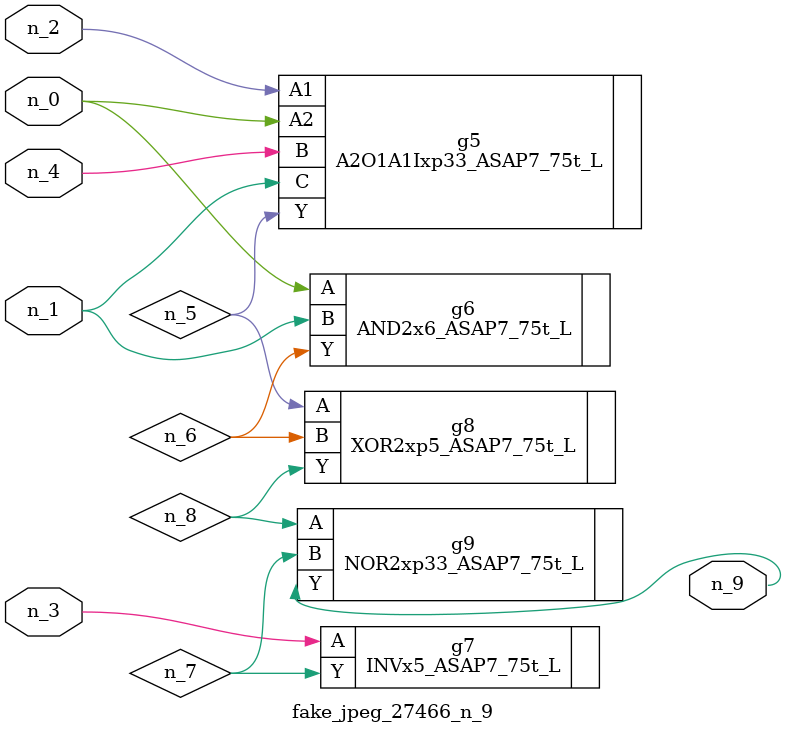
<source format=v>
module fake_jpeg_27466_n_9 (n_3, n_2, n_1, n_0, n_4, n_9);

input n_3;
input n_2;
input n_1;
input n_0;
input n_4;

output n_9;

wire n_8;
wire n_6;
wire n_5;
wire n_7;

A2O1A1Ixp33_ASAP7_75t_L g5 ( 
.A1(n_2),
.A2(n_0),
.B(n_4),
.C(n_1),
.Y(n_5)
);

AND2x6_ASAP7_75t_L g6 ( 
.A(n_0),
.B(n_1),
.Y(n_6)
);

INVx5_ASAP7_75t_L g7 ( 
.A(n_3),
.Y(n_7)
);

XOR2xp5_ASAP7_75t_L g8 ( 
.A(n_5),
.B(n_6),
.Y(n_8)
);

NOR2xp33_ASAP7_75t_L g9 ( 
.A(n_8),
.B(n_7),
.Y(n_9)
);


endmodule
</source>
